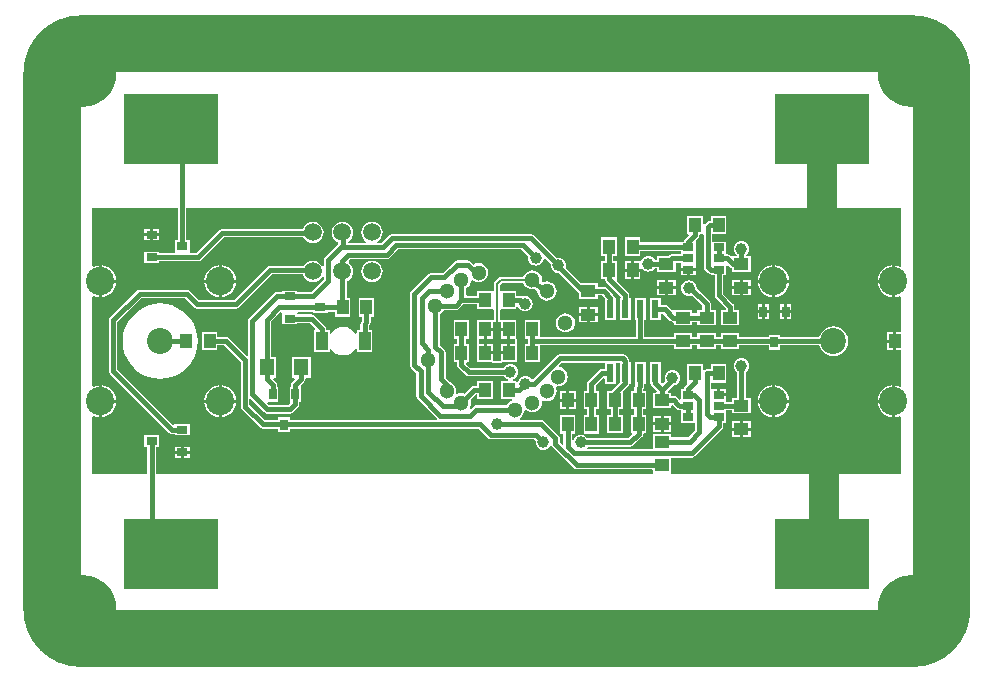
<source format=gtl>
G04*
G04 #@! TF.GenerationSoftware,Altium Limited,CircuitStudio,1.5.2 (30)*
G04*
G04 Layer_Physical_Order=1*
G04 Layer_Color=11767835*
%FSLAX25Y25*%
%MOIN*%
G70*
G01*
G75*
%ADD10R,0.02559X0.03740*%
%ADD11R,0.03740X0.02559*%
%ADD12R,0.03937X0.04921*%
%ADD13R,0.02362X0.06102*%
%ADD14R,0.04921X0.03937*%
%ADD15R,0.05118X0.05512*%
%ADD16R,0.31496X0.23622*%
%ADD17R,0.03937X0.06299*%
%ADD18C,0.01600*%
%ADD19C,0.09843*%
%ADD20C,0.00800*%
%ADD21C,0.00500*%
%ADD22C,0.23622*%
%ADD23C,0.05118*%
%ADD24C,0.05906*%
%ADD25C,0.08661*%
%ADD26C,0.09449*%
%ADD27C,0.03937*%
G36*
X397131Y314841D02*
X399536Y314362D01*
X401857Y313574D01*
X404056Y312490D01*
X406094Y311128D01*
X407937Y309512D01*
X409553Y307669D01*
X410915Y305630D01*
X411999Y303432D01*
X412787Y301110D01*
X413266Y298706D01*
X413393Y296757D01*
X413393Y296757D01*
X413423Y296300D01*
X413386Y296260D01*
X413386D01*
Y117126D01*
X413386D01*
X413423Y117086D01*
X413396Y116669D01*
X413433Y116629D01*
X413433Y116626D01*
X413306Y114680D01*
X412828Y112276D01*
X412040Y109954D01*
X410955Y107755D01*
X409593Y105717D01*
X407977Y103874D01*
X406134Y102258D01*
X404096Y100896D01*
X401897Y99812D01*
X399576Y99024D01*
X397171Y98545D01*
X394765Y98388D01*
X394725Y98425D01*
Y98425D01*
X117166D01*
Y98425D01*
X117126Y98388D01*
X116632Y98420D01*
X116629Y98418D01*
X114680Y98545D01*
X112276Y99024D01*
X109954Y99812D01*
X107755Y100896D01*
X105717Y102258D01*
X103874Y103874D01*
X102258Y105717D01*
X100896Y107755D01*
X99812Y109954D01*
X99024Y112276D01*
X98545Y114680D01*
X98388Y117086D01*
X98425Y117126D01*
X98425D01*
Y296260D01*
X98425D01*
X98388Y296300D01*
X98418Y296760D01*
Y296760D01*
X98545Y298706D01*
X99024Y301110D01*
X99812Y303432D01*
X100896Y305630D01*
X102258Y307669D01*
X103874Y309512D01*
X105717Y311128D01*
X107755Y312490D01*
X109954Y313574D01*
X112276Y314362D01*
X114680Y314841D01*
X117086Y314998D01*
X117126Y314961D01*
Y314961D01*
X394685D01*
Y314961D01*
X394725Y314998D01*
X397131Y314841D01*
D02*
G37*
%LPC*%
G36*
X394685Y296260D02*
X117126D01*
Y117126D01*
X394685D01*
Y296260D01*
D02*
G37*
%LPD*%
G36*
X390748Y231813D02*
X390332Y231536D01*
X389500Y231880D01*
X388610Y231997D01*
Y226693D01*
Y221388D01*
X389500Y221506D01*
X390332Y221850D01*
X390748Y221572D01*
Y209754D01*
X389083D01*
Y206693D01*
Y203632D01*
X390748D01*
Y191813D01*
X390332Y191536D01*
X389500Y191880D01*
X388610Y191997D01*
Y186693D01*
Y181388D01*
X389500Y181506D01*
X390332Y181850D01*
X390748Y181572D01*
Y162402D01*
X314364D01*
X314084Y162786D01*
X314084Y162902D01*
Y167864D01*
X320791D01*
X320791Y167864D01*
X321338Y167973D01*
X321801Y168282D01*
X330891Y177373D01*
X330891Y177373D01*
X331201Y177836D01*
X331309Y178382D01*
X331309Y178382D01*
Y179420D01*
X332352D01*
Y183160D01*
Y183612D01*
X334365D01*
Y182668D01*
X340486D01*
Y187805D01*
X338853D01*
Y196283D01*
X339257Y196593D01*
X339669Y197130D01*
X339928Y197755D01*
X340016Y198425D01*
X339928Y199096D01*
X339669Y199721D01*
X339257Y200257D01*
X338720Y200669D01*
X338096Y200928D01*
X337425Y201016D01*
X336755Y200928D01*
X336130Y200669D01*
X335593Y200257D01*
X335182Y199721D01*
X334923Y199096D01*
X334835Y198425D01*
X334923Y197755D01*
X335182Y197130D01*
X335593Y196593D01*
X335998Y196283D01*
Y187805D01*
X334365D01*
Y186467D01*
X332352D01*
Y186900D01*
Y188279D01*
X329882D01*
Y188779D01*
X329382D01*
Y190659D01*
X327412D01*
X327353Y191135D01*
Y192865D01*
X332431D01*
Y198986D01*
X327294D01*
Y197353D01*
X325925D01*
X325379Y197244D01*
X325057Y197029D01*
X324602Y197210D01*
X324557Y197250D01*
Y198986D01*
X319420D01*
Y192865D01*
X319420Y192865D01*
X319420D01*
X319356Y192374D01*
X318715Y191734D01*
X318406Y191271D01*
X318297Y190724D01*
X317813Y190659D01*
X317254D01*
Y187322D01*
X316754Y187115D01*
X315852Y188017D01*
X315389Y188327D01*
X314843Y188435D01*
X314843Y188435D01*
X314084D01*
Y189576D01*
X312999D01*
X312792Y190076D01*
X314569Y191853D01*
X315096Y191923D01*
X315721Y192182D01*
X316257Y192593D01*
X316669Y193130D01*
X316928Y193755D01*
X317016Y194425D01*
X316928Y195096D01*
X316669Y195721D01*
X316257Y196257D01*
X315721Y196669D01*
X315096Y196928D01*
X314425Y197016D01*
X313755Y196928D01*
X313130Y196669D01*
X312593Y196257D01*
X312182Y195721D01*
X311923Y195096D01*
X311835Y194425D01*
X311923Y193755D01*
X312072Y193394D01*
X311274Y192596D01*
X310774D01*
X310462Y192907D01*
Y199714D01*
X306900D01*
Y192412D01*
X307305D01*
X307362Y192123D01*
X307672Y191660D01*
X309255Y190076D01*
X309048Y189576D01*
X307963D01*
Y184439D01*
X314084D01*
Y185040D01*
X314584Y185247D01*
X315416Y184416D01*
X315647Y184261D01*
X315802Y184030D01*
X316265Y183721D01*
X316811Y183612D01*
X317254D01*
Y183160D01*
Y179420D01*
X321998D01*
Y177016D01*
X319637Y174656D01*
X314084D01*
Y175797D01*
X307963D01*
Y170719D01*
X286230D01*
X286017Y171212D01*
X286224Y171498D01*
X300425D01*
X300425Y171498D01*
X300972Y171606D01*
X301434Y171916D01*
X304159Y174640D01*
X304159Y174640D01*
X304468Y175103D01*
X304577Y175650D01*
X304816Y176073D01*
X305718D01*
Y182194D01*
X304577D01*
Y183947D01*
X305718D01*
Y190068D01*
X304602D01*
X304587Y190568D01*
X304690Y190672D01*
X304691Y190672D01*
X304876Y190949D01*
X305000Y191135D01*
X305108Y191681D01*
Y192412D01*
X305462D01*
Y199714D01*
X301900D01*
Y192903D01*
X301900Y192412D01*
X301900Y192412D01*
X301970Y191946D01*
X301971Y191941D01*
X301975Y191912D01*
X301831Y191696D01*
X301722Y191150D01*
X301722Y191150D01*
Y190068D01*
X300581D01*
Y183947D01*
X301722D01*
Y182194D01*
X300581D01*
Y176073D01*
X300901D01*
X301093Y175611D01*
X299834Y174353D01*
X286067D01*
X285757Y174757D01*
X285221Y175169D01*
X284596Y175428D01*
X283925Y175516D01*
X283255Y175428D01*
X282630Y175169D01*
X282093Y174757D01*
X281682Y174221D01*
X281423Y173596D01*
X280955Y173709D01*
Y175865D01*
X282057D01*
Y181986D01*
X276920D01*
Y175865D01*
X278100D01*
Y172422D01*
X277638Y172231D01*
X276853Y173017D01*
Y174425D01*
X276853Y174425D01*
X276744Y174971D01*
X276434Y175435D01*
X276434Y175435D01*
X271726Y180143D01*
X271263Y180453D01*
X270717Y180561D01*
X270717Y180561D01*
X263579D01*
X263480Y181061D01*
X263613Y181116D01*
X264272Y181623D01*
X264779Y182283D01*
X265097Y183051D01*
X265167Y183580D01*
X265700Y183801D01*
X266123Y183476D01*
X266892Y183158D01*
X267717Y183049D01*
X268541Y183158D01*
X269310Y183476D01*
X269970Y183983D01*
X270476Y184643D01*
X270794Y185411D01*
X270903Y186236D01*
X270833Y186765D01*
X271291Y187116D01*
X271784Y186912D01*
X272609Y186803D01*
X273433Y186912D01*
X274202Y187230D01*
X274862Y187737D01*
X275368Y188397D01*
X275687Y189165D01*
X275795Y189990D01*
X275687Y190814D01*
X275482Y191307D01*
X275834Y191765D01*
X276363Y191696D01*
X277187Y191804D01*
X277956Y192122D01*
X278616Y192629D01*
X279122Y193289D01*
X279440Y194057D01*
X279549Y194882D01*
X279440Y195707D01*
X279122Y196475D01*
X278616Y197135D01*
X277956Y197641D01*
X277187Y197960D01*
X276640Y198032D01*
X276460Y198560D01*
X277387Y199487D01*
X291900D01*
Y197490D01*
X291063D01*
X290517Y197382D01*
X290331Y197258D01*
X290054Y197072D01*
X290054Y197072D01*
X286424Y193442D01*
X286114Y192979D01*
X286006Y192433D01*
X286006Y192433D01*
Y190100D01*
X284865D01*
Y183979D01*
X286006D01*
Y181986D01*
X284794D01*
Y175865D01*
X289931D01*
Y181986D01*
X288861D01*
Y183979D01*
X290002D01*
Y190100D01*
X288861D01*
Y191842D01*
X291400Y194381D01*
X291900Y194174D01*
Y192412D01*
X295462D01*
Y199487D01*
X296900D01*
Y192919D01*
X294266Y190285D01*
X294122Y190068D01*
X292707D01*
Y183947D01*
X293848D01*
Y182194D01*
X292707D01*
Y176073D01*
X297844D01*
Y182194D01*
X296703D01*
Y183947D01*
X297844D01*
Y189825D01*
X299690Y191672D01*
X299691Y191672D01*
X299876Y191949D01*
X300000Y192135D01*
X300055Y192412D01*
X300462D01*
Y199714D01*
X300109D01*
Y200169D01*
X300000Y200716D01*
X299876Y200901D01*
X299691Y201179D01*
X299690Y201179D01*
X298946Y201923D01*
X298482Y202233D01*
X297936Y202342D01*
X297936Y202342D01*
X276796D01*
X276796Y202342D01*
X276250Y202233D01*
X276064Y202109D01*
X275787Y201923D01*
X275787Y201923D01*
X271394Y197531D01*
X271157Y197175D01*
X268001Y194020D01*
X267416Y194050D01*
X267257Y194257D01*
X266721Y194669D01*
X266096Y194928D01*
X265425Y195016D01*
X264755Y194928D01*
X264130Y194669D01*
X263593Y194257D01*
X263182Y193720D01*
X262923Y193096D01*
X262431Y193167D01*
Y193486D01*
X261347D01*
X261248Y193986D01*
X261720Y194182D01*
X262257Y194593D01*
X262669Y195130D01*
X262928Y195755D01*
X263016Y196425D01*
X262928Y197096D01*
X262669Y197721D01*
X262257Y198257D01*
X261720Y198669D01*
X261096Y198928D01*
X260425Y199016D01*
X259755Y198928D01*
X259130Y198669D01*
X258593Y198257D01*
X258283Y197853D01*
X247079D01*
X245737Y199195D01*
X245944Y199695D01*
X246663D01*
Y205817D01*
X245522D01*
Y207569D01*
X246663D01*
Y213690D01*
X241526D01*
Y207569D01*
X242667D01*
Y205817D01*
X241526D01*
Y199695D01*
X242667D01*
Y198819D01*
X242667Y198819D01*
X242776Y198273D01*
X243085Y197810D01*
X245479Y195416D01*
X245479Y195416D01*
X245942Y195106D01*
X246488Y194998D01*
X246488Y194998D01*
X258283D01*
X258593Y194593D01*
X259130Y194182D01*
X259602Y193986D01*
X259503Y193486D01*
X257294D01*
Y187365D01*
X260880D01*
X260980Y186865D01*
X260426Y186635D01*
X259766Y186129D01*
X259260Y185469D01*
X259191Y185303D01*
X248836D01*
X248836Y185303D01*
X248290Y185195D01*
X247827Y184885D01*
X247827Y184885D01*
X247153Y184212D01*
X246777Y184542D01*
X246854Y184643D01*
X247172Y185411D01*
X247281Y186236D01*
X247172Y187060D01*
X247104Y187226D01*
X248875Y188998D01*
X249420D01*
Y187365D01*
X254557D01*
Y193486D01*
X249420D01*
Y191853D01*
X248284D01*
X248284Y191853D01*
X247738Y191744D01*
X247275Y191435D01*
X247275Y191435D01*
X245085Y189245D01*
X244919Y189313D01*
X244094Y189422D01*
X243270Y189313D01*
X242777Y189109D01*
X242319Y189461D01*
X242389Y189990D01*
X242280Y190814D01*
X241962Y191583D01*
X241455Y192243D01*
X240795Y192749D01*
X240366Y192927D01*
X240212Y193157D01*
X240212Y193158D01*
X238853Y194517D01*
Y202925D01*
X238853Y202925D01*
X238744Y203471D01*
X238435Y203935D01*
X238435Y203935D01*
X236876Y205493D01*
Y215676D01*
X237041Y215744D01*
X237701Y216251D01*
X238208Y216911D01*
X238276Y217076D01*
X242126D01*
X242126Y217076D01*
X242672Y217185D01*
X243135Y217495D01*
X244686Y219045D01*
X249420D01*
Y217365D01*
X254386D01*
X254557Y217365D01*
X254886Y217001D01*
X254886Y217001D01*
Y214046D01*
X254537Y213690D01*
X249400D01*
Y207689D01*
X249351Y207569D01*
Y205817D01*
X249400Y205697D01*
Y199695D01*
X254248D01*
X254537Y199576D01*
X257320D01*
X257775Y199765D01*
X262457D01*
Y205877D01*
X262460Y205886D01*
Y207569D01*
X262411Y207689D01*
Y213690D01*
X257274D01*
X256925Y214046D01*
Y217047D01*
X257294Y217365D01*
X257425Y217365D01*
X262431D01*
Y217953D01*
X262931Y218053D01*
X262982Y217930D01*
X263393Y217393D01*
X263930Y216982D01*
X264555Y216723D01*
X265225Y216634D01*
X265896Y216723D01*
X266521Y216982D01*
X267057Y217393D01*
X267469Y217930D01*
X267728Y218555D01*
X267816Y219225D01*
X267728Y219896D01*
X267469Y220520D01*
X267057Y221057D01*
X266521Y221469D01*
X265896Y221728D01*
X265225Y221816D01*
X264555Y221728D01*
X264471Y221693D01*
X264324Y221791D01*
X263778Y221900D01*
X263778Y221900D01*
X262431D01*
Y223486D01*
X257425D01*
X257294Y223486D01*
X256925Y223803D01*
Y225483D01*
X257573Y226131D01*
X264720D01*
X264957Y225557D01*
X265463Y224897D01*
X266123Y224391D01*
X266892Y224073D01*
X267717Y223964D01*
X268541Y224073D01*
X268707Y224141D01*
X269426Y223422D01*
X269423Y223396D01*
X269531Y222571D01*
X269849Y221803D01*
X270356Y221143D01*
X271016Y220637D01*
X271784Y220319D01*
X272609Y220210D01*
X273433Y220319D01*
X274202Y220637D01*
X274862Y221143D01*
X275368Y221803D01*
X275687Y222571D01*
X275795Y223396D01*
X275687Y224221D01*
X275368Y224989D01*
X274862Y225649D01*
X274202Y226156D01*
X273433Y226474D01*
X272609Y226583D01*
X271784Y226474D01*
X271291Y226270D01*
X270833Y226621D01*
X270903Y227150D01*
X270794Y227975D01*
X270476Y228743D01*
X269970Y229403D01*
X269310Y229910D01*
X268541Y230228D01*
X267717Y230336D01*
X266892Y230228D01*
X266123Y229910D01*
X265463Y229403D01*
X264957Y228743D01*
X264720Y228170D01*
X257150D01*
X256760Y228092D01*
X256429Y227871D01*
X255185Y226626D01*
X254963Y226296D01*
X254886Y225905D01*
Y223850D01*
X254557Y223486D01*
X254386Y223486D01*
X249420D01*
Y221900D01*
X245876D01*
X245522Y222253D01*
Y224322D01*
X245688Y224391D01*
X246348Y224897D01*
X246854Y225557D01*
X247172Y226325D01*
X247242Y226854D01*
X247775Y227075D01*
X248199Y226751D01*
X248967Y226432D01*
X249792Y226324D01*
X250616Y226432D01*
X251385Y226751D01*
X252045Y227257D01*
X252551Y227917D01*
X252869Y228685D01*
X252978Y229510D01*
X252869Y230335D01*
X252551Y231103D01*
X252045Y231763D01*
X251385Y232270D01*
X250616Y232588D01*
X249792Y232696D01*
X248967Y232588D01*
X248199Y232270D01*
X248140Y232225D01*
X247131Y233235D01*
X246668Y233544D01*
X246121Y233653D01*
X246121Y233653D01*
X242725D01*
X242725Y233653D01*
X242179Y233544D01*
X241716Y233235D01*
X241716Y233235D01*
X237834Y229353D01*
X233831D01*
X233831Y229353D01*
X233284Y229244D01*
X232821Y228935D01*
X232821Y228935D01*
X227337Y223450D01*
X227028Y222987D01*
X226919Y222441D01*
X226919Y222441D01*
Y198819D01*
X226919Y198819D01*
X227028Y198273D01*
X227337Y197810D01*
X229061Y196086D01*
Y188362D01*
X229061Y188362D01*
X229170Y187816D01*
X229479Y187353D01*
X235964Y180867D01*
X235986Y180853D01*
X235835Y180353D01*
X186805D01*
Y181316D01*
X183046D01*
Y180353D01*
X178498D01*
X173353Y185498D01*
Y187272D01*
X173853Y187479D01*
X178416Y182916D01*
X178416Y182916D01*
X178879Y182606D01*
X179425Y182498D01*
X179425Y182498D01*
X186925D01*
X186925Y182498D01*
X187471Y182606D01*
X187935Y182916D01*
X189675Y184656D01*
X189675Y184656D01*
X189984Y185119D01*
X190093Y185665D01*
X190093Y185665D01*
Y186534D01*
X190545D01*
Y191474D01*
X190545D01*
X190493Y191974D01*
X191643Y193124D01*
X191953Y193588D01*
X192061Y194134D01*
X192240Y194569D01*
X193793D01*
Y201281D01*
X187475D01*
Y194569D01*
X188397D01*
X188589Y194107D01*
X187656Y193175D01*
X187347Y192712D01*
X187238Y192165D01*
X187238Y192165D01*
Y191474D01*
X186786D01*
Y186534D01*
X186808D01*
X187015Y186034D01*
X186334Y185353D01*
X180017D01*
X179335Y186034D01*
X179542Y186534D01*
X183065D01*
Y191474D01*
X182613D01*
Y192165D01*
X182504Y192712D01*
X182380Y192897D01*
X182194Y193175D01*
X182194Y193175D01*
X181262Y194107D01*
X181453Y194569D01*
X182376D01*
Y201281D01*
X180644D01*
Y213125D01*
X183772Y216254D01*
X184353Y216127D01*
X184376Y216065D01*
X184376Y215998D01*
Y212305D01*
X189316D01*
Y212758D01*
X193574D01*
X195427Y210905D01*
X195236Y210442D01*
X195069D01*
Y202943D01*
X200206D01*
Y203983D01*
X200706Y204153D01*
X201348Y203317D01*
X202337Y202558D01*
X203489Y202081D01*
X204724Y201918D01*
X205960Y202081D01*
X207112Y202558D01*
X208101Y203317D01*
X208742Y204153D01*
X209243Y203983D01*
Y202943D01*
X214380D01*
Y210442D01*
X213239D01*
Y211720D01*
X213435Y211916D01*
X213435Y211916D01*
X213620Y212193D01*
X213744Y212379D01*
X213853Y212925D01*
X213853Y212925D01*
Y214865D01*
X214931D01*
Y220986D01*
X209794D01*
Y214865D01*
X210998D01*
Y213516D01*
X210802Y213320D01*
X210492Y212857D01*
X210384Y212311D01*
X210384Y212311D01*
Y210442D01*
X209243D01*
Y209402D01*
X208742Y209233D01*
X208101Y210069D01*
X207112Y210828D01*
X205960Y211305D01*
X204724Y211468D01*
X203489Y211305D01*
X202337Y210828D01*
X201348Y210069D01*
X200706Y209233D01*
X200206Y209402D01*
Y210442D01*
X199440D01*
X199065Y210713D01*
X198957Y211259D01*
X198647Y211722D01*
X198647Y211722D01*
X195175Y215194D01*
X194712Y215504D01*
X194165Y215613D01*
X194165Y215613D01*
X189670D01*
X189472Y215810D01*
X189414Y215905D01*
X189360Y216047D01*
X189605Y216498D01*
X194534D01*
Y216046D01*
X199474D01*
Y216498D01*
X201920D01*
Y214865D01*
X207057D01*
Y220986D01*
X205853D01*
Y226675D01*
X206217Y226826D01*
X206959Y227395D01*
X207528Y228137D01*
X207887Y229002D01*
X208009Y229929D01*
X207887Y230857D01*
X207528Y231721D01*
X206959Y232463D01*
X206523Y232797D01*
X206463Y233445D01*
X207016Y233998D01*
X214123D01*
X214152Y233547D01*
X214154Y233518D01*
X214155Y233501D01*
X214155Y233498D01*
X213903Y233465D01*
X213903D01*
X213340Y233390D01*
X212476Y233032D01*
X211734Y232463D01*
X211164Y231721D01*
X210806Y230857D01*
X210684Y229929D01*
X210806Y229002D01*
X211164Y228137D01*
X211734Y227395D01*
X212476Y226826D01*
X213340Y226468D01*
X214268Y226346D01*
X215195Y226468D01*
X216059Y226826D01*
X216802Y227395D01*
X217371Y228137D01*
X217729Y229002D01*
X217851Y229929D01*
X217729Y230857D01*
X217371Y231721D01*
X216802Y232463D01*
X216059Y233032D01*
X215195Y233390D01*
X214632Y233465D01*
X214632D01*
X214380Y233498D01*
X214380Y233501D01*
X214381Y233518D01*
X214383Y233547D01*
X214413Y233998D01*
X219125D01*
X219125Y233998D01*
X219672Y234106D01*
X220134Y234416D01*
X223017Y237298D01*
X264034D01*
X266401Y234931D01*
X266335Y234425D01*
X266423Y233755D01*
X266682Y233130D01*
X267093Y232593D01*
X267630Y232182D01*
X268255Y231923D01*
X268925Y231835D01*
X269596Y231923D01*
X270220Y232182D01*
X270757Y232593D01*
X271169Y233130D01*
X271428Y233755D01*
X271479Y234146D01*
X272007Y234325D01*
X273901Y232431D01*
X273834Y231925D01*
X273923Y231255D01*
X274182Y230630D01*
X274593Y230093D01*
X275130Y229682D01*
X275755Y229423D01*
X276425Y229334D01*
X276489Y229343D01*
X283365Y222467D01*
Y220794D01*
X289486D01*
Y221935D01*
X290897D01*
X291900Y220932D01*
Y213672D01*
X295462D01*
Y220974D01*
X295462Y220974D01*
X295462D01*
D01*
X295462D01*
X295462Y220974D01*
X295094Y221271D01*
X295087Y221276D01*
X295000Y221715D01*
X294690Y222179D01*
X294690Y222179D01*
X292497Y224372D01*
X292034Y224681D01*
X291488Y224790D01*
X291488Y224790D01*
X289486D01*
Y225931D01*
X283938D01*
X278836Y231033D01*
X278928Y231255D01*
X279016Y231925D01*
X278928Y232596D01*
X278669Y233221D01*
X278257Y233757D01*
X277720Y234169D01*
X277096Y234428D01*
X276425Y234516D01*
X275920Y234449D01*
X268435Y241934D01*
X267971Y242244D01*
X267425Y242353D01*
X267425Y242353D01*
X220925D01*
X220925Y242353D01*
X220379Y242244D01*
X219916Y241934D01*
X219916Y241934D01*
X217334Y239353D01*
X216243D01*
X216106Y239701D01*
X216105Y239853D01*
X216802Y240387D01*
X217371Y241130D01*
X217729Y241994D01*
X217851Y242921D01*
X217729Y243849D01*
X217371Y244713D01*
X216802Y245455D01*
X216059Y246025D01*
X215195Y246383D01*
X214268Y246505D01*
X213340Y246383D01*
X212476Y246025D01*
X211734Y245455D01*
X211164Y244713D01*
X210806Y243849D01*
X210684Y242921D01*
X210806Y241994D01*
X211164Y241130D01*
X211734Y240387D01*
X212431Y239853D01*
X212430Y239701D01*
X212293Y239353D01*
X206400D01*
X206263Y239701D01*
X206262Y239853D01*
X206959Y240387D01*
X207528Y241130D01*
X207887Y241994D01*
X208009Y242921D01*
X207887Y243849D01*
X207528Y244713D01*
X206959Y245455D01*
X206217Y246025D01*
X205353Y246383D01*
X204425Y246505D01*
X203498Y246383D01*
X202634Y246025D01*
X201891Y245455D01*
X201322Y244713D01*
X200964Y243849D01*
X200842Y242921D01*
X200964Y241994D01*
X201322Y241130D01*
X201891Y240387D01*
X202634Y239818D01*
X202968Y239679D01*
X203075Y239094D01*
X202916Y238934D01*
X202716Y238635D01*
X202416Y238435D01*
X198625Y234644D01*
X198316Y234181D01*
X198207Y233635D01*
X198207Y233635D01*
Y231769D01*
X197707Y231670D01*
X197686Y231721D01*
X197116Y232463D01*
X196374Y233032D01*
X195510Y233390D01*
X194583Y233513D01*
X193655Y233390D01*
X192791Y233032D01*
X192049Y232463D01*
X191580Y231853D01*
X180425D01*
X180425Y231853D01*
X179879Y231744D01*
X179416Y231434D01*
X179416Y231434D01*
X168334Y220353D01*
X156666D01*
X153568Y223450D01*
X153105Y223760D01*
X152559Y223868D01*
X152559Y223868D01*
X136811D01*
X136811Y223868D01*
X136265Y223760D01*
X136079Y223636D01*
X135802Y223450D01*
X135802Y223450D01*
X126943Y214592D01*
X126634Y214129D01*
X126525Y213583D01*
X126525Y213583D01*
Y196898D01*
X126525Y196898D01*
X126634Y196351D01*
X126943Y195888D01*
X146676Y176156D01*
X146676Y176156D01*
X146953Y175970D01*
X147139Y175847D01*
X147685Y175738D01*
X148534D01*
Y175286D01*
X153474D01*
Y179045D01*
X148534D01*
Y179042D01*
X148034Y178835D01*
X129380Y197489D01*
Y212991D01*
X137402Y221013D01*
X151968D01*
X155065Y217916D01*
X155066Y217916D01*
X155343Y217730D01*
X155528Y217606D01*
X156075Y217498D01*
X156075Y217498D01*
X168925D01*
X168925Y217498D01*
X169472Y217606D01*
X169934Y217916D01*
X181017Y228998D01*
X191123D01*
X191479Y228137D01*
X192049Y227395D01*
X192791Y226826D01*
X193655Y226468D01*
X194583Y226346D01*
X195510Y226468D01*
X196374Y226826D01*
X197116Y227395D01*
X197686Y228137D01*
X197707Y228189D01*
X198207Y228089D01*
Y227226D01*
X194074Y223093D01*
X189316D01*
Y223545D01*
X184376D01*
Y223093D01*
X182665D01*
X182665Y223093D01*
X182119Y222984D01*
X181656Y222675D01*
X181656Y222675D01*
X173416Y214435D01*
X173106Y213971D01*
X172998Y213425D01*
X172998Y213425D01*
Y202078D01*
X172498Y201871D01*
X166667Y207702D01*
X166204Y208012D01*
X165657Y208120D01*
X165657Y208120D01*
X162773D01*
Y209753D01*
X157635D01*
Y203632D01*
X162773D01*
Y205265D01*
X165066D01*
X170498Y199834D01*
Y184907D01*
X170498Y184906D01*
X170606Y184360D01*
X170916Y183897D01*
X176897Y177916D01*
X177360Y177606D01*
X177907Y177498D01*
X177907Y177498D01*
X183046D01*
Y176376D01*
X186805D01*
Y177498D01*
X249834D01*
X252916Y174416D01*
X252916Y174416D01*
X253379Y174106D01*
X253925Y173998D01*
X253925Y173998D01*
X268334D01*
X268901Y173431D01*
X268834Y172925D01*
X268923Y172255D01*
X269182Y171630D01*
X269593Y171093D01*
X270130Y170682D01*
X270755Y170423D01*
X271425Y170334D01*
X272096Y170423D01*
X272721Y170682D01*
X273257Y171093D01*
X273669Y171630D01*
X273680Y171656D01*
X274234Y171688D01*
X274416Y171416D01*
X281487Y164345D01*
X281950Y164036D01*
X282496Y163927D01*
X282496Y163927D01*
X307609D01*
X307963Y163573D01*
Y162902D01*
X307963Y162786D01*
X307683Y162402D01*
X142274D01*
Y171546D01*
X143316D01*
Y175305D01*
X138376D01*
Y171546D01*
X139419D01*
Y162402D01*
X121063D01*
Y181572D01*
X121479Y181850D01*
X122311Y181506D01*
X123201Y181388D01*
Y186693D01*
Y191997D01*
X122311Y191880D01*
X121479Y191536D01*
X121063Y191813D01*
Y221572D01*
X121479Y221850D01*
X122311Y221506D01*
X123201Y221388D01*
Y226693D01*
Y231997D01*
X122311Y231880D01*
X121479Y231536D01*
X121063Y231813D01*
Y250984D01*
X149576D01*
Y240305D01*
X148534D01*
Y236613D01*
X148534Y236546D01*
X148373Y236112D01*
X143316D01*
Y236565D01*
X138376D01*
Y232805D01*
X143316D01*
Y233258D01*
X156394D01*
X156394Y233258D01*
X156940Y233366D01*
X157403Y233676D01*
X165016Y241289D01*
X191413D01*
X191479Y241130D01*
X192049Y240387D01*
X192791Y239818D01*
X193655Y239460D01*
X194583Y239338D01*
X195510Y239460D01*
X196374Y239818D01*
X197116Y240387D01*
X197686Y241130D01*
X198044Y241994D01*
X198166Y242921D01*
X198044Y243849D01*
X197686Y244713D01*
X197116Y245455D01*
X196374Y246025D01*
X195510Y246383D01*
X194583Y246505D01*
X193655Y246383D01*
X192791Y246025D01*
X192049Y245455D01*
X191479Y244713D01*
X191244Y244144D01*
X164425D01*
X163879Y244035D01*
X163693Y243911D01*
X163416Y243726D01*
X163416Y243726D01*
X155802Y236112D01*
X153635D01*
X153635Y236112D01*
X153474Y236546D01*
X153474Y236613D01*
Y240305D01*
X152431D01*
Y250984D01*
X390748D01*
Y231813D01*
D02*
G37*
G36*
X257274Y211130D02*
X259842D01*
Y210630D01*
X260343D01*
Y207569D01*
X261811D01*
Y205886D01*
X260388D01*
Y202825D01*
X259888D01*
Y202325D01*
X257320D01*
Y200225D01*
X254537D01*
Y202256D01*
X251969D01*
Y202756D01*
X251468D01*
Y205817D01*
X250000D01*
Y207569D01*
X251468D01*
Y210630D01*
X251969D01*
Y211130D01*
X254537D01*
Y213025D01*
X257274D01*
Y211130D01*
D02*
G37*
%LPC*%
G36*
X282128Y190100D02*
X280059D01*
Y187539D01*
X282128D01*
Y190100D01*
D02*
G37*
G36*
X279059D02*
X276991D01*
Y187539D01*
X279059D01*
Y190100D01*
D02*
G37*
G36*
X143701Y219259D02*
X141735Y219104D01*
X139818Y218644D01*
X137996Y217889D01*
X136315Y216859D01*
X134815Y215579D01*
X133535Y214079D01*
X132504Y212398D01*
X131750Y210576D01*
X131289Y208659D01*
X131135Y206693D01*
X131289Y204727D01*
X131750Y202810D01*
X132504Y200988D01*
X133535Y199307D01*
X134815Y197807D01*
X134815Y197807D01*
X136315Y196527D01*
X137996Y195496D01*
X139818Y194742D01*
X141735Y194281D01*
X143701Y194127D01*
X145667Y194281D01*
X147584Y194742D01*
X149406Y195496D01*
X151087Y196527D01*
X152586Y197807D01*
X152586Y197807D01*
Y197807D01*
X153867Y199307D01*
X154897Y200988D01*
X155652Y202810D01*
X156112Y204727D01*
X156267Y206693D01*
X156112Y208659D01*
X155652Y210576D01*
X154897Y212398D01*
X153867Y214079D01*
X152586Y215579D01*
X152586Y215579D01*
X151087Y216859D01*
X149406Y217889D01*
X147584Y218644D01*
X145667Y219104D01*
X143701Y219259D01*
D02*
G37*
G36*
X330382Y190659D02*
Y189279D01*
X332352D01*
Y190659D01*
X330382D01*
D02*
G37*
G36*
X348610Y191997D02*
Y187193D01*
X353415D01*
X353298Y188083D01*
X352761Y189378D01*
X351908Y190490D01*
X350795Y191344D01*
X349500Y191880D01*
X348610Y191997D01*
D02*
G37*
G36*
X347610D02*
X346720Y191880D01*
X345425Y191344D01*
X344313Y190490D01*
X343459Y189378D01*
X342923Y188083D01*
X342806Y187193D01*
X347610D01*
Y191997D01*
D02*
G37*
G36*
X387610D02*
X386720Y191880D01*
X385425Y191344D01*
X384313Y190490D01*
X383459Y189378D01*
X382923Y188083D01*
X382806Y187193D01*
X387610D01*
Y191997D01*
D02*
G37*
G36*
X164201D02*
Y187193D01*
X169005D01*
X168888Y188083D01*
X168352Y189378D01*
X167498Y190490D01*
X166386Y191344D01*
X165091Y191880D01*
X164201Y191997D01*
D02*
G37*
G36*
X124201D02*
Y187193D01*
X129005D01*
X128888Y188083D01*
X128352Y189378D01*
X127498Y190490D01*
X126386Y191344D01*
X125091Y191880D01*
X124201Y191997D01*
D02*
G37*
G36*
X305462Y220974D02*
X301900D01*
Y213672D01*
X302254D01*
Y208120D01*
X270285D01*
Y213690D01*
X265148D01*
Y207569D01*
X266289D01*
Y206693D01*
Y205886D01*
X265194D01*
Y199765D01*
X270331D01*
Y205265D01*
X314853D01*
Y204124D01*
X320974D01*
Y205265D01*
X322727D01*
Y204124D01*
X328848D01*
Y205265D01*
X330601D01*
Y204124D01*
X336722D01*
Y205265D01*
X346546D01*
Y203876D01*
X350305D01*
Y205265D01*
X363365D01*
X363803Y204206D01*
X364594Y203176D01*
X365624Y202386D01*
X366823Y201889D01*
X368110Y201720D01*
X369397Y201889D01*
X370597Y202386D01*
X371627Y203176D01*
X372417Y204206D01*
X372914Y205406D01*
X373083Y206693D01*
X372914Y207980D01*
X372417Y209180D01*
X371627Y210209D01*
X370597Y211000D01*
X369397Y211497D01*
X368110Y211666D01*
X366823Y211497D01*
X365624Y211000D01*
X364594Y210209D01*
X363803Y209180D01*
X363365Y208120D01*
X350305D01*
Y208817D01*
X346546D01*
Y208120D01*
X336722D01*
Y209261D01*
X330601D01*
Y208120D01*
X328848D01*
Y209261D01*
X322727D01*
Y208120D01*
X320974D01*
Y209261D01*
X314853D01*
Y208120D01*
X305108D01*
Y213672D01*
X305462D01*
Y220974D01*
D02*
G37*
G36*
X259343Y210130D02*
X257274D01*
Y207569D01*
X259343D01*
Y210130D01*
D02*
G37*
G36*
X278723Y215993D02*
X277898Y215884D01*
X277130Y215566D01*
X276470Y215060D01*
X275963Y214400D01*
X275645Y213631D01*
X275536Y212807D01*
X275645Y211982D01*
X275963Y211214D01*
X276470Y210554D01*
X277130Y210047D01*
X277898Y209729D01*
X278723Y209620D01*
X279547Y209729D01*
X280316Y210047D01*
X280976Y210554D01*
X281482Y211214D01*
X281800Y211982D01*
X281909Y212807D01*
X281800Y213631D01*
X281482Y214400D01*
X280976Y215060D01*
X280316Y215566D01*
X279547Y215884D01*
X278723Y215993D01*
D02*
G37*
G36*
X289486Y214988D02*
X286925D01*
Y212920D01*
X289486D01*
Y214988D01*
D02*
G37*
G36*
X285925D02*
X283365D01*
Y212920D01*
X285925D01*
Y214988D01*
D02*
G37*
G36*
X259388Y205886D02*
X257320D01*
Y203325D01*
X259388D01*
Y205886D01*
D02*
G37*
G36*
X254537Y205817D02*
X252468D01*
Y203256D01*
X254537D01*
Y205817D01*
D02*
G37*
G36*
X388083Y206193D02*
X386014D01*
Y203632D01*
X388083D01*
Y206193D01*
D02*
G37*
G36*
X254537Y210130D02*
X252468D01*
Y207569D01*
X254537D01*
Y210130D01*
D02*
G37*
G36*
X388083Y209754D02*
X386014D01*
Y207193D01*
X388083D01*
Y209754D01*
D02*
G37*
G36*
X163201Y191997D02*
X162311Y191880D01*
X161016Y191344D01*
X159903Y190490D01*
X159050Y189378D01*
X158513Y188083D01*
X158396Y187193D01*
X163201D01*
Y191997D01*
D02*
G37*
G36*
X310524Y178634D02*
X307963D01*
Y176565D01*
X310524D01*
Y178634D01*
D02*
G37*
G36*
X340486Y176862D02*
X337925D01*
Y174794D01*
X340486D01*
Y176862D01*
D02*
G37*
G36*
X314084Y178634D02*
X311524D01*
Y176565D01*
X314084D01*
Y178634D01*
D02*
G37*
G36*
X340486Y179931D02*
X337925D01*
Y177862D01*
X340486D01*
Y179931D01*
D02*
G37*
G36*
X336925D02*
X334365D01*
Y177862D01*
X336925D01*
Y179931D01*
D02*
G37*
G36*
X153474Y169185D02*
X151504D01*
Y167806D01*
X153474D01*
Y169185D01*
D02*
G37*
G36*
X150504D02*
X148534D01*
Y167806D01*
X150504D01*
Y169185D01*
D02*
G37*
G36*
Y171565D02*
X148534D01*
Y170185D01*
X150504D01*
Y171565D01*
D02*
G37*
G36*
X336925Y176862D02*
X334365D01*
Y174794D01*
X336925D01*
Y176862D01*
D02*
G37*
G36*
X153474Y171565D02*
X151504D01*
Y170185D01*
X153474D01*
Y171565D01*
D02*
G37*
G36*
X129005Y186193D02*
X124201D01*
Y181388D01*
X125091Y181506D01*
X126386Y182042D01*
X127498Y182896D01*
X128352Y184008D01*
X128888Y185303D01*
X129005Y186193D01*
D02*
G37*
G36*
X387610D02*
X382806D01*
X382923Y185303D01*
X383459Y184008D01*
X384313Y182896D01*
X385425Y182042D01*
X386720Y181506D01*
X387610Y181388D01*
Y186193D01*
D02*
G37*
G36*
X169005D02*
X164201D01*
Y181388D01*
X165091Y181506D01*
X166386Y182042D01*
X167498Y182896D01*
X168352Y184008D01*
X168888Y185303D01*
X169005Y186193D01*
D02*
G37*
G36*
X282128Y186539D02*
X280059D01*
Y183979D01*
X282128D01*
Y186539D01*
D02*
G37*
G36*
X279059D02*
X276991D01*
Y183979D01*
X279059D01*
Y186539D01*
D02*
G37*
G36*
X314084Y181702D02*
X311524D01*
Y179634D01*
X314084D01*
Y181702D01*
D02*
G37*
G36*
X310524D02*
X307963D01*
Y179634D01*
X310524D01*
Y181702D01*
D02*
G37*
G36*
X163201Y186193D02*
X158396D01*
X158513Y185303D01*
X159050Y184008D01*
X159903Y182896D01*
X161016Y182042D01*
X162311Y181506D01*
X163201Y181388D01*
Y186193D01*
D02*
G37*
G36*
X353415D02*
X348610D01*
Y181388D01*
X349500Y181506D01*
X350795Y182042D01*
X351908Y182896D01*
X352761Y184008D01*
X353298Y185303D01*
X353415Y186193D01*
D02*
G37*
G36*
X347610D02*
X342806D01*
X342923Y185303D01*
X343459Y184008D01*
X344313Y182896D01*
X345425Y182042D01*
X346720Y181506D01*
X347610Y181388D01*
Y186193D01*
D02*
G37*
G36*
Y231997D02*
X346720Y231880D01*
X345425Y231344D01*
X344313Y230490D01*
X343459Y229378D01*
X342923Y228083D01*
X342806Y227193D01*
X347610D01*
Y231997D01*
D02*
G37*
G36*
X163201D02*
X162311Y231880D01*
X161016Y231344D01*
X159903Y230490D01*
X159050Y229378D01*
X158513Y228083D01*
X158396Y227193D01*
X163201D01*
Y231997D01*
D02*
G37*
G36*
X348610D02*
Y227193D01*
X353415D01*
X353298Y228083D01*
X352761Y229378D01*
X351908Y230490D01*
X350795Y231344D01*
X349500Y231880D01*
X348610Y231997D01*
D02*
G37*
G36*
X124201D02*
Y227193D01*
X129005D01*
X128888Y228083D01*
X128352Y229378D01*
X127498Y230490D01*
X126386Y231344D01*
X125091Y231880D01*
X124201Y231997D01*
D02*
G37*
G36*
X387610D02*
X386720Y231880D01*
X385425Y231344D01*
X384313Y230490D01*
X383459Y229378D01*
X382923Y228083D01*
X382806Y227193D01*
X387610D01*
Y231997D01*
D02*
G37*
G36*
X336925Y227057D02*
X334365D01*
Y224988D01*
X336925D01*
Y227057D01*
D02*
G37*
G36*
X340486Y223988D02*
X337925D01*
Y221920D01*
X340486D01*
Y223988D01*
D02*
G37*
G36*
Y227057D02*
X337925D01*
Y224988D01*
X340486D01*
Y227057D01*
D02*
G37*
G36*
X315486D02*
X312925D01*
Y224988D01*
X315486D01*
Y227057D01*
D02*
G37*
G36*
X311925D02*
X309365D01*
Y224988D01*
X311925D01*
Y227057D01*
D02*
G37*
G36*
X164201Y231997D02*
Y227193D01*
X169005D01*
X168888Y228083D01*
X168352Y229378D01*
X167498Y230490D01*
X166386Y231344D01*
X165091Y231880D01*
X164201Y231997D01*
D02*
G37*
G36*
X140347Y241665D02*
X138376D01*
Y240286D01*
X140347D01*
Y241665D01*
D02*
G37*
G36*
X300681Y233376D02*
X298613D01*
Y230815D01*
X300681D01*
Y233376D01*
D02*
G37*
G36*
X143316Y241665D02*
X141347D01*
Y240286D01*
X143316D01*
Y241665D01*
D02*
G37*
G36*
Y244045D02*
X141347D01*
Y242665D01*
X143316D01*
Y244045D01*
D02*
G37*
G36*
X140347D02*
X138376D01*
Y242665D01*
X140347D01*
Y244045D01*
D02*
G37*
G36*
X303750Y229815D02*
X301681D01*
Y227254D01*
X303750D01*
Y229815D01*
D02*
G37*
G36*
X300681D02*
X298613D01*
Y227254D01*
X300681D01*
Y229815D01*
D02*
G37*
G36*
X319224Y230012D02*
X317254D01*
Y228632D01*
X319224D01*
Y230012D01*
D02*
G37*
G36*
X324557Y248486D02*
X319420D01*
Y242365D01*
X319693D01*
X319884Y241903D01*
X318715Y240734D01*
X318406Y240271D01*
X318326Y239872D01*
X317254D01*
Y239616D01*
X303750D01*
Y241250D01*
X298613D01*
Y235128D01*
X303750D01*
Y236761D01*
X317254D01*
Y236113D01*
Y235679D01*
X314315D01*
X313769Y235571D01*
X313583Y235447D01*
X313306Y235261D01*
X313306Y235261D01*
X312975Y234931D01*
X309365D01*
Y233790D01*
X308616D01*
X308257Y234257D01*
X307720Y234669D01*
X307096Y234928D01*
X306425Y235016D01*
X305755Y234928D01*
X305130Y234669D01*
X304593Y234257D01*
X304182Y233720D01*
X304144Y233630D01*
X303750Y233376D01*
X303557Y233376D01*
X303551D01*
X303498D01*
X301681D01*
Y230815D01*
X303750D01*
Y230909D01*
X303891Y230981D01*
X304250Y231041D01*
X304593Y230593D01*
X305130Y230182D01*
X305755Y229923D01*
X306425Y229835D01*
X307096Y229923D01*
X307720Y230182D01*
X308257Y230593D01*
X308519Y230935D01*
X309365D01*
Y229794D01*
X315486D01*
Y232824D01*
X317254D01*
Y232372D01*
Y231012D01*
X319724D01*
X322195D01*
Y232372D01*
Y236113D01*
Y239872D01*
X322195Y239872D01*
X322195D01*
X322342Y240323D01*
X322997Y240979D01*
X322997Y240979D01*
X323307Y241442D01*
X323416Y241988D01*
X323720Y242365D01*
X324411D01*
X324557Y242365D01*
X324911Y242013D01*
Y231425D01*
X324911Y231425D01*
X325020Y230879D01*
X325329Y230416D01*
X326243Y229503D01*
X326243Y229503D01*
X326520Y229317D01*
X326706Y229193D01*
X327252Y229084D01*
X327412D01*
Y228632D01*
X328454D01*
Y221969D01*
X328454Y221969D01*
X328563Y221422D01*
X328872Y220959D01*
X332196Y217635D01*
X332143Y217135D01*
X330601D01*
Y211998D01*
X336722D01*
Y217135D01*
X335089D01*
Y218189D01*
X334980Y218735D01*
X334856Y218921D01*
X334671Y219198D01*
X334671Y219198D01*
X331309Y222560D01*
Y228632D01*
X332352D01*
Y231773D01*
X332852Y231980D01*
X333479Y231353D01*
X333479Y231353D01*
X333756Y231167D01*
X333942Y231043D01*
X334365Y230959D01*
Y229794D01*
X340486D01*
Y234931D01*
X339215D01*
X339045Y235431D01*
X339257Y235593D01*
X339669Y236130D01*
X339928Y236755D01*
X340016Y237425D01*
X339928Y238096D01*
X339669Y238720D01*
X339257Y239257D01*
X338720Y239669D01*
X338096Y239928D01*
X337425Y240016D01*
X336755Y239928D01*
X336130Y239669D01*
X335593Y239257D01*
X335182Y238720D01*
X334923Y238096D01*
X334835Y237425D01*
X334923Y236755D01*
X335182Y236130D01*
X335593Y235593D01*
X335805Y235431D01*
X335635Y234931D01*
X334365D01*
X334365Y234931D01*
Y234931D01*
X333874Y234995D01*
X333608Y235261D01*
X333145Y235571D01*
X332598Y235679D01*
X332352Y236070D01*
Y236113D01*
Y239872D01*
X327766D01*
Y242365D01*
X332431D01*
Y248486D01*
X327294D01*
Y247162D01*
X326925Y246853D01*
X326379Y246744D01*
X326193Y246620D01*
X325916Y246434D01*
X325916Y246434D01*
X325329Y245848D01*
X325323Y245838D01*
X324650Y245732D01*
X324557Y245806D01*
Y248486D01*
D02*
G37*
G36*
X322195Y230012D02*
X320224D01*
Y228632D01*
X322195D01*
Y230012D01*
D02*
G37*
G36*
X289486Y218057D02*
X286925D01*
Y215988D01*
X289486D01*
Y218057D01*
D02*
G37*
G36*
X285925D02*
X283365D01*
Y215988D01*
X285925D01*
Y218057D01*
D02*
G37*
G36*
X319882Y227000D02*
X319211Y226912D01*
X318587Y226653D01*
X318050Y226241D01*
X317638Y225705D01*
X317379Y225080D01*
X317291Y224410D01*
X317379Y223739D01*
X317638Y223114D01*
X318050Y222578D01*
X318587Y222166D01*
X319211Y221907D01*
X319882Y221819D01*
X320552Y221907D01*
X320812Y222014D01*
X324360Y218466D01*
Y217135D01*
X322727D01*
Y215994D01*
X320974D01*
Y217135D01*
X314853D01*
X314853Y217135D01*
Y217135D01*
X314415Y216954D01*
X313037Y218332D01*
X312574Y218642D01*
X312028Y218750D01*
X312028Y218750D01*
X310462D01*
Y220974D01*
X306900D01*
Y213672D01*
X310462D01*
Y215895D01*
X311436D01*
X313774Y213558D01*
X313774Y213558D01*
X314237Y213248D01*
X314784Y213140D01*
X314853Y212655D01*
Y211998D01*
X320974D01*
Y213140D01*
X322727D01*
Y211998D01*
X328848D01*
Y217135D01*
X327215D01*
Y219057D01*
X327215Y219057D01*
X327106Y219603D01*
X326797Y220066D01*
X326797Y220066D01*
X322470Y224393D01*
X322473Y224410D01*
X322384Y225080D01*
X322126Y225705D01*
X321714Y226241D01*
X321177Y226653D01*
X320552Y226912D01*
X319882Y227000D01*
D02*
G37*
G36*
X346565Y218974D02*
X345185D01*
Y217004D01*
X346565D01*
Y218974D01*
D02*
G37*
G36*
X344185D02*
X342806D01*
Y217004D01*
X344185D01*
Y218974D01*
D02*
G37*
G36*
Y216004D02*
X342806D01*
Y214034D01*
X344185D01*
Y216004D01*
D02*
G37*
G36*
X295876Y241250D02*
X290739D01*
Y235128D01*
X291880D01*
Y233376D01*
X290739D01*
Y227254D01*
X291937D01*
X291988Y226997D01*
X292298Y226534D01*
X297254Y221578D01*
Y220974D01*
X296900D01*
Y213672D01*
X300462D01*
Y220974D01*
X300109D01*
Y222169D01*
X300109Y222169D01*
X300000Y222715D01*
X299876Y222901D01*
X299691Y223179D01*
X299690Y223179D01*
X296053Y226816D01*
X295876Y227254D01*
X295876D01*
X295876Y227254D01*
Y233376D01*
X294735D01*
Y235128D01*
X295876D01*
Y241250D01*
D02*
G37*
G36*
X346565Y216004D02*
X345185D01*
Y214034D01*
X346565D01*
Y216004D01*
D02*
G37*
G36*
X354045D02*
X352665D01*
Y214034D01*
X354045D01*
Y216004D01*
D02*
G37*
G36*
X351665D02*
X350286D01*
Y214034D01*
X351665D01*
Y216004D01*
D02*
G37*
G36*
Y218974D02*
X350286D01*
Y217004D01*
X351665D01*
Y218974D01*
D02*
G37*
G36*
X169005Y226193D02*
X164201D01*
Y221388D01*
X165091Y221506D01*
X166386Y222042D01*
X167498Y222896D01*
X168352Y224008D01*
X168888Y225303D01*
X169005Y226193D01*
D02*
G37*
G36*
X129005D02*
X124201D01*
Y221388D01*
X125091Y221506D01*
X126386Y222042D01*
X127498Y222896D01*
X128352Y224008D01*
X128888Y225303D01*
X129005Y226193D01*
D02*
G37*
G36*
X311925Y223988D02*
X309365D01*
Y221920D01*
X311925D01*
Y223988D01*
D02*
G37*
G36*
X336925Y223988D02*
X334365D01*
Y221920D01*
X336925D01*
Y223988D01*
D02*
G37*
G36*
X315486Y223988D02*
X312925D01*
Y221920D01*
X315486D01*
Y223988D01*
D02*
G37*
G36*
X163201Y226193D02*
X158396D01*
X158513Y225303D01*
X159050Y224008D01*
X159903Y222896D01*
X161016Y222042D01*
X162311Y221506D01*
X163201Y221388D01*
Y226193D01*
D02*
G37*
G36*
X354045Y218974D02*
X352665D01*
Y217004D01*
X354045D01*
Y218974D01*
D02*
G37*
G36*
X347610Y226193D02*
X342806D01*
X342923Y225303D01*
X343459Y224008D01*
X344313Y222896D01*
X345425Y222042D01*
X346720Y221506D01*
X347610Y221388D01*
Y226193D01*
D02*
G37*
G36*
X387610D02*
X382806D01*
X382923Y225303D01*
X383459Y224008D01*
X384313Y222896D01*
X385425Y222042D01*
X386720Y221506D01*
X387610Y221388D01*
Y226193D01*
D02*
G37*
G36*
X353415D02*
X348610D01*
Y221388D01*
X349500Y221506D01*
X350795Y222042D01*
X351908Y222896D01*
X352761Y224008D01*
X353298Y225303D01*
X353415Y226193D01*
D02*
G37*
%LPD*%
D10*
X184925Y178847D02*
D03*
X181185Y189004D02*
D03*
X188665D02*
D03*
X352165Y216504D02*
D03*
X344685D02*
D03*
X348425Y206347D02*
D03*
D11*
X140847Y242165D02*
D03*
Y234685D02*
D03*
X151004Y238425D02*
D03*
X140847Y173425D02*
D03*
X151004Y177165D02*
D03*
Y169685D02*
D03*
X197004Y217925D02*
D03*
X186846Y214185D02*
D03*
Y221665D02*
D03*
X319724Y181299D02*
D03*
Y185039D02*
D03*
Y188779D02*
D03*
X329882D02*
D03*
Y185039D02*
D03*
Y181299D02*
D03*
X319724Y237992D02*
D03*
Y234252D02*
D03*
Y230512D02*
D03*
X329882D02*
D03*
Y234252D02*
D03*
Y237992D02*
D03*
D12*
X204488Y217925D02*
D03*
X212362Y217925D02*
D03*
X251969Y210630D02*
D03*
X244094Y210630D02*
D03*
X259842D02*
D03*
X267717Y210630D02*
D03*
X279488Y178925D02*
D03*
X287362Y178925D02*
D03*
X301181Y238189D02*
D03*
X293307Y238189D02*
D03*
X259862Y190425D02*
D03*
X251988Y190425D02*
D03*
X295276Y179134D02*
D03*
X303150Y179134D02*
D03*
X259862Y220425D02*
D03*
X251988Y220425D02*
D03*
X160204Y206693D02*
D03*
X152330Y206693D02*
D03*
X388583Y206693D02*
D03*
X396457Y206693D02*
D03*
X244094Y202756D02*
D03*
X251969Y202756D02*
D03*
X267762Y202825D02*
D03*
X259888Y202825D02*
D03*
X329862Y195925D02*
D03*
X321988Y195925D02*
D03*
X329862Y245425D02*
D03*
X321988Y245425D02*
D03*
X287433Y187039D02*
D03*
X279559Y187039D02*
D03*
X301181Y230315D02*
D03*
X293307Y230315D02*
D03*
X303150Y187008D02*
D03*
X295276Y187008D02*
D03*
D13*
X308681Y217323D02*
D03*
X303681D02*
D03*
X298681D02*
D03*
X293681D02*
D03*
X308681Y196063D02*
D03*
X303681D02*
D03*
X298681D02*
D03*
X293681D02*
D03*
D14*
X325787Y214567D02*
D03*
X325787Y206693D02*
D03*
X311024Y173228D02*
D03*
X311024Y165354D02*
D03*
X333661Y214567D02*
D03*
X333661Y206693D02*
D03*
X337425Y177362D02*
D03*
X337425Y185236D02*
D03*
X312425Y232362D02*
D03*
X312425Y224488D02*
D03*
X337425Y232362D02*
D03*
X337425Y224488D02*
D03*
X317913Y206693D02*
D03*
X317913Y214567D02*
D03*
X286425Y215488D02*
D03*
X286425Y223362D02*
D03*
X311024Y179134D02*
D03*
X311024Y187008D02*
D03*
D15*
X190634Y197925D02*
D03*
X179217D02*
D03*
D16*
X147362Y277559D02*
D03*
X364449D02*
D03*
X147362Y135827D02*
D03*
X364449D02*
D03*
D17*
X197638Y206693D02*
D03*
X211811D02*
D03*
D18*
X147685Y177165D02*
X151004D01*
X127953Y196898D02*
X147685Y177165D01*
X127953Y196898D02*
Y213583D01*
X180425Y230425D02*
X194181D01*
X168925Y218925D02*
X180425Y230425D01*
X156075Y218925D02*
X168925D01*
X140847Y142342D02*
X147362Y135827D01*
X140847Y142342D02*
Y173425D01*
X147362Y277559D02*
X151004Y273917D01*
Y238425D02*
Y273917D01*
X164425Y242717D02*
X194882D01*
X156394Y234685D02*
X164425Y242717D01*
X140847Y234685D02*
X156394D01*
X268925Y175425D02*
X271425Y172925D01*
X275425Y172425D02*
X282496Y165354D01*
X279528Y171434D02*
X281670Y169291D01*
X279528Y171434D02*
Y178665D01*
X282496Y165354D02*
X311024D01*
X177907Y178925D02*
X250425D01*
X183425Y217925D02*
X197004D01*
X179217Y213717D02*
X183425Y217925D01*
X179217Y194134D02*
Y213717D01*
X182665Y221665D02*
X186846D01*
X174425Y213425D02*
X182665Y221665D01*
X174425Y188925D02*
Y213425D01*
X188665Y189004D02*
Y192165D01*
Y185665D02*
Y189004D01*
X179425Y183925D02*
X186925D01*
X188665Y185665D01*
X174425Y188925D02*
X179425Y183925D01*
X181185Y191004D02*
Y192165D01*
X179217Y194134D02*
X181185Y192165D01*
X190634Y194134D02*
Y197925D01*
X188665Y192165D02*
X190634Y194134D01*
X264625Y238725D02*
X268925Y234425D01*
X222425Y238725D02*
X264625D01*
X219125Y235425D02*
X222425Y238725D01*
X206425Y235425D02*
X219125D01*
X217925Y237925D02*
X220925Y240925D01*
X203925Y237925D02*
X217925D01*
X267425Y240925D02*
X276425Y231925D01*
X220925Y240925D02*
X267425D01*
X212425Y212925D02*
Y217425D01*
X211811Y212311D02*
X212425Y212925D01*
X211811Y206693D02*
Y212311D01*
X197638Y206693D02*
Y210713D01*
X194165Y214185D02*
X197638Y210713D01*
X186846Y214185D02*
X194165D01*
X197004Y217925D02*
X204425D01*
X194665Y221665D02*
X199635Y226635D01*
X186846Y221665D02*
X194665D01*
X204425Y217925D02*
Y229929D01*
Y233425D02*
X206425Y235425D01*
X204425Y229929D02*
Y233425D01*
X284488Y223362D02*
X286425D01*
X275925Y231925D02*
X284488Y223362D01*
X199635Y226635D02*
Y233635D01*
X203425Y237425D01*
X203925Y237925D02*
X204724Y238724D01*
Y242717D01*
X275925Y231925D02*
X276425D01*
X306425Y232425D02*
X306488Y232362D01*
X312425D01*
X160204Y206693D02*
X165657D01*
X250425Y178925D02*
X253925Y175425D01*
X230488Y188362D02*
X236974Y181877D01*
X253925Y175425D02*
X268925D01*
X303150Y175650D02*
Y179134D01*
X300425Y172925D02*
X303150Y175650D01*
X283925Y172925D02*
X300425D01*
X152559Y222441D02*
X156075Y218925D01*
X276796Y200914D02*
X297936D01*
X272404Y196522D02*
X276796Y200914D01*
X272404Y196404D02*
Y196522D01*
X268425Y192425D02*
X272404Y196404D01*
X265425Y192425D02*
X268425D01*
X263425Y190425D02*
X265425Y192425D01*
X259842Y190425D02*
X263425D01*
X136811Y222441D02*
X152559D01*
X127953Y213583D02*
X136811Y222441D01*
X334488Y232362D02*
X337425D01*
X333661Y214567D02*
Y218189D01*
X329882Y221969D02*
X333661Y218189D01*
X329882Y221969D02*
Y230512D01*
X332598Y234252D02*
X334488Y232362D01*
X329882Y234252D02*
X332598D01*
X244094Y198819D02*
X246488Y196425D01*
X260425D01*
X242898Y185039D02*
X248284Y190425D01*
X251969D01*
X244094Y198819D02*
Y202756D01*
X317913Y214567D02*
X325787D01*
X314784D02*
X317913D01*
X325787D02*
Y219057D01*
X293681Y217323D02*
Y221169D01*
X291488Y223362D02*
X293681Y221169D01*
X286425Y223362D02*
X291488D01*
X301181Y238189D02*
X319528D01*
X319724Y188779D02*
X321679D01*
X329882Y234252D02*
Y237992D01*
X293307Y227543D02*
X298681Y222169D01*
X293307Y227543D02*
Y230315D01*
X298681Y217323D02*
Y222169D01*
X293307Y230315D02*
Y238189D01*
X303681Y207224D02*
Y217323D01*
X244094Y220472D02*
X244094Y227150D01*
X248836Y229510D02*
X249792D01*
X236974Y181877D02*
X246837D01*
X267717Y227150D02*
X271470Y223396D01*
X272609D01*
X244094Y202756D02*
Y210630D01*
X228346Y198819D02*
X230488Y196677D01*
X233088Y200579D02*
Y203762D01*
X295276Y179134D02*
Y187008D01*
X303150Y179134D02*
Y187008D01*
Y191150D01*
X303681Y191681D01*
Y196063D01*
X298681Y192681D02*
Y196063D01*
X295276Y189276D02*
X298681Y192681D01*
X295276Y187008D02*
Y189276D01*
X329882Y178382D02*
Y181299D01*
X319724D02*
Y185039D01*
X311024Y187008D02*
X314843D01*
X316425Y185425D01*
X316811Y185039D02*
X319724D01*
X308681Y192669D02*
Y196063D01*
Y192669D02*
X311024Y190327D01*
Y187008D02*
Y190327D01*
X308681Y217323D02*
X312028D01*
X314784Y214567D01*
X368158Y206693D02*
X368425Y206425D01*
X267717Y206693D02*
X368158D01*
X267717Y202756D02*
Y206693D01*
Y210630D01*
X298681Y196063D02*
Y200169D01*
X297936Y200914D02*
X298681Y200169D01*
X314315Y234252D02*
X319724D01*
X312425Y232362D02*
X314315Y234252D01*
X311024Y173228D02*
X320228D01*
X320791Y169291D02*
X329882Y178382D01*
X281670Y169291D02*
X320791D01*
X244094Y220472D02*
X250016D01*
X143701Y206693D02*
X152330D01*
X147882Y135827D02*
X151004Y138949D01*
X329882Y185039D02*
X337228D01*
X337425Y185236D01*
X265225Y219025D02*
Y219225D01*
X259842Y220472D02*
X263778D01*
X265625Y218625D01*
X319882Y224410D02*
X320435D01*
X325787Y219057D01*
X287433Y179425D02*
Y186539D01*
X291063Y196063D02*
X293681D01*
X287433Y192433D02*
X291063Y196063D01*
X287433Y186539D02*
Y192433D01*
X337425Y232362D02*
Y237425D01*
X246121Y232225D02*
X248836Y229510D01*
X314425Y193728D02*
Y194425D01*
X311024Y190327D02*
X314425Y193728D01*
X194181Y230425D02*
X194882Y229724D01*
X235448Y204902D02*
Y218504D01*
Y204902D02*
X237425Y202925D01*
Y193925D02*
Y202925D01*
Y193925D02*
X239202Y192148D01*
Y189990D02*
Y192148D01*
X235448Y218504D02*
X242126D01*
X244094Y220472D01*
X233088Y189762D02*
Y200579D01*
Y189762D02*
X237811Y185039D01*
X242898D01*
X230488Y188362D02*
Y196677D01*
X230925Y205925D02*
X233088Y203762D01*
X230925Y205925D02*
Y221083D01*
X228346Y198819D02*
Y222441D01*
X242725Y232225D02*
X246121D01*
X230925Y221083D02*
X233239Y223396D01*
X239202D01*
X228346Y222441D02*
X233831Y227925D01*
X238425D01*
X242725Y232225D01*
X320228Y173228D02*
X323425Y176425D01*
Y187034D01*
X321679Y188779D02*
X323425Y187034D01*
X327051Y181299D02*
X329882D01*
X325925Y182425D02*
X327051Y181299D01*
X325925Y195925D02*
X328862D01*
X325925Y182425D02*
Y195925D01*
X319724Y188779D02*
Y190724D01*
X321925Y192925D01*
Y194988D01*
X320988Y195925D02*
X321925Y194988D01*
X337425Y198425D02*
X337425Y198425D01*
Y185236D02*
Y198425D01*
X326925Y245425D02*
X329862D01*
X326339Y244839D02*
X326925Y245425D01*
X327252Y230512D02*
X329882D01*
X326339Y231425D02*
X327252Y230512D01*
X326339Y231425D02*
Y244839D01*
X319724Y237992D02*
Y239724D01*
X321988Y241988D02*
Y245425D01*
X319724Y239724D02*
X321988Y241988D01*
X255906Y179134D02*
X270717D01*
X275425Y174425D01*
Y172425D02*
Y174425D01*
X246837Y181877D02*
X248836Y183876D01*
X262019D01*
X171925Y184906D02*
X177907Y178925D01*
X171925Y184906D02*
Y200425D01*
X165657Y206693D02*
X171925Y200425D01*
D19*
X363425Y179925D02*
X364968Y178382D01*
Y136925D02*
Y178382D01*
X364425Y231925D02*
X364449Y231949D01*
Y275590D01*
D20*
X255906Y210630D02*
Y225905D01*
X257150Y227150D01*
X267717D01*
D21*
X98425Y117126D02*
G03*
X117126Y98425I18701J0D01*
G01*
X394685D02*
G03*
X413386Y117126I0J18701D01*
G01*
Y296260D02*
G03*
X394685Y314961I-18701J0D01*
G01*
X117126D02*
G03*
X98425Y296260I0J-18701D01*
G01*
X413386Y117126D02*
Y296260D01*
X117126Y314961D02*
X394685D01*
X117126Y98425D02*
X394685D01*
X98425Y117126D02*
Y296260D01*
D22*
X117126D02*
D03*
X394685D02*
D03*
Y117126D02*
D03*
X117126D02*
D03*
D23*
X249792Y229510D02*
D03*
X262019Y183876D02*
D03*
X244094Y186236D02*
D03*
X239202Y189990D02*
D03*
X233088Y200579D02*
D03*
X235448Y218504D02*
D03*
X239202Y223396D02*
D03*
X244094Y227150D02*
D03*
X267717Y227150D02*
D03*
X272609Y223396D02*
D03*
X278723Y212807D02*
D03*
X276363Y194882D02*
D03*
X272609Y189990D02*
D03*
X267717Y186236D02*
D03*
D24*
X194583Y242921D02*
D03*
X204425D02*
D03*
X214268D02*
D03*
X194583Y229929D02*
D03*
X204425D02*
D03*
X214268D02*
D03*
D25*
X368110Y206693D02*
D03*
X143701D02*
D03*
D26*
X348110Y186693D02*
D03*
Y226693D02*
D03*
X388110D02*
D03*
Y186693D02*
D03*
X123701Y226693D02*
D03*
Y186693D02*
D03*
X163701D02*
D03*
Y226693D02*
D03*
D27*
X271425Y172925D02*
D03*
X276425Y231925D02*
D03*
X306425Y232425D02*
D03*
X283925Y172925D02*
D03*
X265425Y192425D02*
D03*
X260425Y196425D02*
D03*
X255906Y179134D02*
D03*
X265225Y219225D02*
D03*
X319882Y224410D02*
D03*
X374016Y301181D02*
D03*
X137795D02*
D03*
X354331D02*
D03*
X334646D02*
D03*
X314961D02*
D03*
X295276D02*
D03*
X275590D02*
D03*
X255906D02*
D03*
X236221D02*
D03*
X216535D02*
D03*
X196850D02*
D03*
X177165D02*
D03*
X157480D02*
D03*
X399606Y275590D02*
D03*
Y255906D02*
D03*
Y236221D02*
D03*
Y216535D02*
D03*
Y196850D02*
D03*
Y177165D02*
D03*
Y157480D02*
D03*
Y137795D02*
D03*
X374016Y112205D02*
D03*
X354331D02*
D03*
X334646D02*
D03*
X314961D02*
D03*
X295276D02*
D03*
X275590D02*
D03*
X255906D02*
D03*
X236221D02*
D03*
X216535D02*
D03*
X196850D02*
D03*
X177165D02*
D03*
X157480D02*
D03*
X137795D02*
D03*
X112205Y275590D02*
D03*
Y255906D02*
D03*
Y236221D02*
D03*
Y216535D02*
D03*
Y196850D02*
D03*
Y177165D02*
D03*
Y157480D02*
D03*
Y137795D02*
D03*
X337425Y237425D02*
D03*
X314425Y194425D02*
D03*
X268925Y234425D02*
D03*
X337425Y198425D02*
D03*
M02*

</source>
